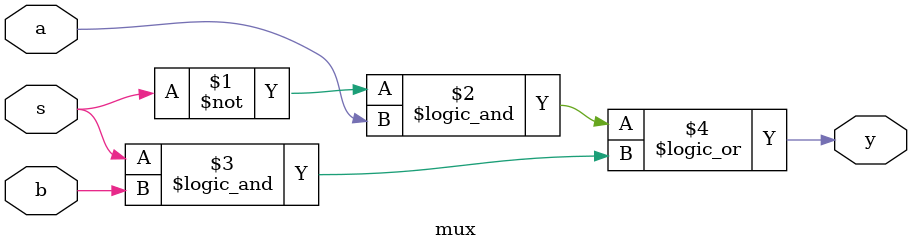
<source format=v>
module mux(a,b,s,y);
	input	a,b,s;
	output y;
	wire a,b,s,y;
	assign y=(~s&&a)||(s&&b);
endmodule

</source>
